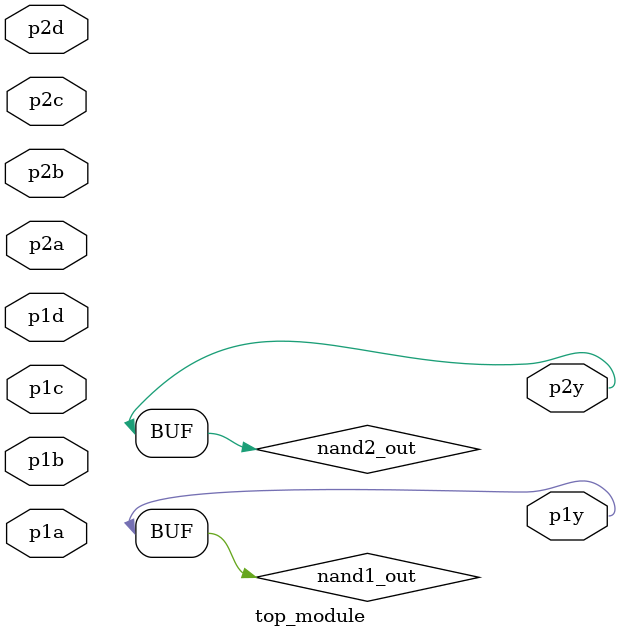
<source format=sv>
module top_module (
  input p1a,
  input p1b,
  input p1c,
  input p1d,
  output p1y,
  input p2a,
  input p2b,
  input p2c,
  input p2d,
  output p2y
);

  // Internal wires
  wire nand1_out;
  wire nand2_out;

  // First 4-input NAND gate
  nand nand1 (
    .a(p1a),
    .b(p1b),
    .c(p1c),
    .d(p1d),
    .y(nand1_out)
  );

  // Second 4-input NAND gate
  nand nand2 (
    .a(p2a),
    .b(p2b),
    .c(p2c),
    .d(p2d),
    .y(nand2_out)
  );

  // Outputs
  assign p1y = nand1_out;
  assign p2y = nand2_out;

endmodule

</source>
